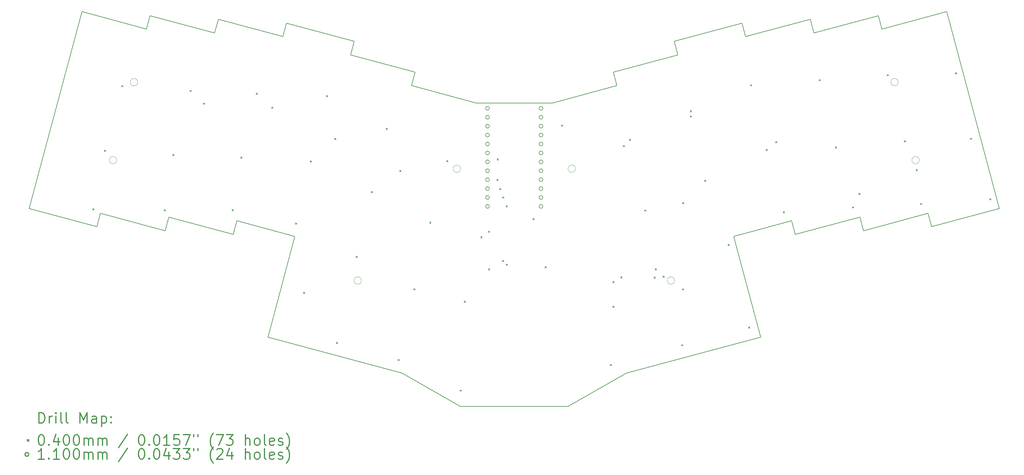
<source format=gbr>
%FSLAX45Y45*%
G04 Gerber Fmt 4.5, Leading zero omitted, Abs format (unit mm)*
G04 Created by KiCad (PCBNEW (5.1.12-1-10_14)) date 2022-10-16 17:34:38*
%MOMM*%
%LPD*%
G01*
G04 APERTURE LIST*
%TA.AperFunction,Profile*%
%ADD10C,0.050000*%
%TD*%
%TA.AperFunction,Profile*%
%ADD11C,0.200000*%
%TD*%
%ADD12C,0.200000*%
%ADD13C,0.300000*%
G04 APERTURE END LIST*
D10*
X16522000Y-9815000D02*
G75*
G03*
X16522000Y-9815000I-105000J0D01*
G01*
X13249000Y-9816000D02*
G75*
G03*
X13249000Y-9816000I-105000J0D01*
G01*
X25721000Y-7347000D02*
G75*
G03*
X25721000Y-7347000I-105000J0D01*
G01*
X26320000Y-9572000D02*
G75*
G03*
X26320000Y-9572000I-105000J0D01*
G01*
X19348000Y-13002000D02*
G75*
G03*
X19348000Y-13002000I-105000J0D01*
G01*
X10424000Y-13002000D02*
G75*
G03*
X10424000Y-13002000I-105000J0D01*
G01*
X4049000Y-7350000D02*
G75*
G03*
X4049000Y-7350000I-105000J0D01*
G01*
X3454000Y-9570000D02*
G75*
G03*
X3454000Y-9570000I-105000J0D01*
G01*
D11*
X21799552Y-14615958D02*
X21030093Y-11744300D01*
X4404083Y-5451743D02*
X4301784Y-5833525D01*
X7761614Y-14615958D02*
X8531073Y-11744300D01*
X8531073Y-11744300D02*
X6879339Y-11301720D01*
X17704966Y-7448532D02*
X15864877Y-7941582D01*
X21269851Y-5665103D02*
X21373378Y-6051473D01*
X4404083Y-5451743D02*
X6244171Y-5944793D01*
X11959728Y-7062162D02*
X11856200Y-7448532D01*
X6347699Y-5558423D02*
X8187788Y-6051473D01*
X4934494Y-11199628D02*
X6775812Y-11688090D01*
X8291315Y-5665103D02*
X8187788Y-6051473D01*
X957957Y-10952504D02*
X2461696Y-5340475D01*
X19337999Y-6182741D02*
X19441527Y-6569111D01*
X22785354Y-11688090D02*
X22681826Y-11301720D01*
X11856200Y-7448532D02*
X13696289Y-7941582D01*
X24626672Y-11199628D02*
X22785354Y-11688090D01*
X4832196Y-11581410D02*
X4934494Y-11199628D01*
X21269851Y-5665103D02*
X19337999Y-6182741D01*
X24728970Y-11581410D02*
X24626672Y-11199628D01*
X21799552Y-14615958D02*
X17975069Y-15640725D01*
X25157083Y-5451743D02*
X25259382Y-5833525D01*
X23213467Y-5558423D02*
X21373378Y-6051473D01*
X7761614Y-14615958D02*
X11586097Y-15640725D01*
X28603209Y-10952504D02*
X27099470Y-5340475D01*
X4832196Y-11581410D02*
X2992107Y-11088360D01*
X6775812Y-11688090D02*
X6879339Y-11301720D01*
X25157083Y-5451743D02*
X23316995Y-5944793D01*
X17601438Y-7062162D02*
X17704966Y-7448532D01*
X26671357Y-11470142D02*
X26569059Y-11088360D01*
X11959728Y-7062162D02*
X10119639Y-6569111D01*
X21030093Y-11744300D02*
X22681826Y-11301720D01*
X10223167Y-6182741D02*
X10119639Y-6569111D01*
X6347699Y-5558423D02*
X6244171Y-5944793D01*
X15864877Y-7941582D02*
X13696289Y-7941582D01*
X24728970Y-11581410D02*
X26569059Y-11088360D01*
X8291315Y-5665103D02*
X10223167Y-6182741D01*
X2461696Y-5340475D02*
X4301784Y-5833525D01*
X23213467Y-5558423D02*
X23316995Y-5944793D01*
X2889809Y-11470142D02*
X957957Y-10952504D01*
X2889809Y-11470142D02*
X2992107Y-11088360D01*
X11586097Y-15640725D02*
X13247138Y-16591817D01*
X27099470Y-5340475D02*
X25259382Y-5833525D01*
X16314028Y-16591817D02*
X17975069Y-15640725D01*
X26671357Y-11470142D02*
X28603209Y-10952504D01*
X17601438Y-7062162D02*
X19441527Y-6569111D01*
X13247138Y-16591817D02*
X16314028Y-16591817D01*
D12*
X2770000Y-10950501D02*
X2810000Y-10990501D01*
X2810000Y-10950501D02*
X2770000Y-10990501D01*
X3101000Y-9286000D02*
X3141000Y-9326000D01*
X3141000Y-9286000D02*
X3101000Y-9326000D01*
X3592000Y-7443000D02*
X3632000Y-7483000D01*
X3632000Y-7443000D02*
X3592000Y-7483000D01*
X4802000Y-10981000D02*
X4842000Y-11021000D01*
X4842000Y-10981000D02*
X4802000Y-11021000D01*
X5050000Y-9400000D02*
X5090000Y-9440000D01*
X5090000Y-9400000D02*
X5050000Y-9440000D01*
X5540557Y-7578557D02*
X5580557Y-7618557D01*
X5580557Y-7578557D02*
X5540557Y-7618557D01*
X5921000Y-7941000D02*
X5961000Y-7981000D01*
X5961000Y-7941000D02*
X5921000Y-7981000D01*
X6740000Y-10978000D02*
X6780000Y-11018000D01*
X6780000Y-10978000D02*
X6740000Y-11018000D01*
X6987000Y-9478000D02*
X7027000Y-9518000D01*
X7027000Y-9478000D02*
X6987000Y-9518000D01*
X7425000Y-7661000D02*
X7465000Y-7701000D01*
X7465000Y-7661000D02*
X7425000Y-7701000D01*
X7867000Y-8058502D02*
X7907000Y-8098502D01*
X7907000Y-8058502D02*
X7867000Y-8098502D01*
X8545000Y-11360000D02*
X8585000Y-11400000D01*
X8585000Y-11360000D02*
X8545000Y-11400000D01*
X8773000Y-13333000D02*
X8813000Y-13373000D01*
X8813000Y-13333000D02*
X8773000Y-13373000D01*
X8966000Y-9587000D02*
X9006000Y-9627000D01*
X9006000Y-9587000D02*
X8966000Y-9627000D01*
X9423000Y-7726000D02*
X9463000Y-7766000D01*
X9463000Y-7726000D02*
X9423000Y-7766000D01*
X9663000Y-8943000D02*
X9703000Y-8983000D01*
X9703000Y-8943000D02*
X9663000Y-8983000D01*
X9709000Y-14762000D02*
X9749000Y-14802000D01*
X9749000Y-14762000D02*
X9709000Y-14802000D01*
X10272000Y-12306000D02*
X10312000Y-12346000D01*
X10312000Y-12306000D02*
X10272000Y-12346000D01*
X10703000Y-10459000D02*
X10743000Y-10499000D01*
X10743000Y-10459000D02*
X10703000Y-10499000D01*
X11130000Y-8656000D02*
X11170000Y-8696000D01*
X11170000Y-8656000D02*
X11130000Y-8696000D01*
X11466000Y-15249000D02*
X11506000Y-15289000D01*
X11506000Y-15249000D02*
X11466000Y-15289000D01*
X11519000Y-9860000D02*
X11559000Y-9900000D01*
X11559000Y-9860000D02*
X11519000Y-9900000D01*
X11916000Y-13234000D02*
X11956000Y-13274000D01*
X11956000Y-13234000D02*
X11916000Y-13274000D01*
X12367000Y-11330000D02*
X12407000Y-11370000D01*
X12407000Y-11330000D02*
X12367000Y-11370000D01*
X12855954Y-9578046D02*
X12895954Y-9618046D01*
X12895954Y-9578046D02*
X12855954Y-9618046D01*
X13233000Y-16121000D02*
X13273000Y-16161000D01*
X13273000Y-16121000D02*
X13233000Y-16161000D01*
X13357000Y-13583000D02*
X13397000Y-13623000D01*
X13397000Y-13583000D02*
X13357000Y-13623000D01*
X13823000Y-11746501D02*
X13863000Y-11786501D01*
X13863000Y-11746501D02*
X13823000Y-11786501D01*
X14044000Y-11590000D02*
X14084000Y-11630000D01*
X14084000Y-11590000D02*
X14044000Y-11630000D01*
X14044000Y-12660000D02*
X14084000Y-12700000D01*
X14084000Y-12660000D02*
X14044000Y-12700000D01*
X14285000Y-10116000D02*
X14325000Y-10156000D01*
X14325000Y-10116000D02*
X14285000Y-10156000D01*
X14289000Y-9526499D02*
X14329000Y-9566499D01*
X14329000Y-9526499D02*
X14289000Y-9566499D01*
X14361000Y-10373000D02*
X14401000Y-10413000D01*
X14401000Y-10373000D02*
X14361000Y-10413000D01*
X14446488Y-12423060D02*
X14486488Y-12463060D01*
X14486488Y-12423060D02*
X14446488Y-12463060D01*
X14447000Y-10617000D02*
X14487000Y-10657000D01*
X14487000Y-10617000D02*
X14447000Y-10657000D01*
X14543000Y-10869000D02*
X14583000Y-10909000D01*
X14583000Y-10869000D02*
X14543000Y-10909000D01*
X14545000Y-12530000D02*
X14585000Y-12570000D01*
X14585000Y-12530000D02*
X14545000Y-12570000D01*
X15313000Y-11230000D02*
X15353000Y-11270000D01*
X15353000Y-11230000D02*
X15313000Y-11270000D01*
X15660000Y-12603000D02*
X15700000Y-12643000D01*
X15700000Y-12603000D02*
X15660000Y-12643000D01*
X16125000Y-8568000D02*
X16165000Y-8608000D01*
X16165000Y-8568000D02*
X16125000Y-8608000D01*
X17513000Y-15393000D02*
X17553000Y-15433000D01*
X17553000Y-15393000D02*
X17513000Y-15433000D01*
X17587000Y-13028000D02*
X17627000Y-13068000D01*
X17627000Y-13028000D02*
X17587000Y-13068000D01*
X17589000Y-13728000D02*
X17629000Y-13768000D01*
X17629000Y-13728000D02*
X17589000Y-13768000D01*
X17812000Y-12890000D02*
X17852000Y-12930000D01*
X17852000Y-12890000D02*
X17812000Y-12930000D01*
X17886000Y-9152000D02*
X17926000Y-9192000D01*
X17926000Y-9152000D02*
X17886000Y-9192000D01*
X18056902Y-8967999D02*
X18096902Y-9007999D01*
X18096902Y-8967999D02*
X18056902Y-9007999D01*
X18494000Y-10991000D02*
X18534000Y-11031000D01*
X18534000Y-10991000D02*
X18494000Y-11031000D01*
X18765000Y-12898000D02*
X18805000Y-12938000D01*
X18805000Y-12898000D02*
X18765000Y-12938000D01*
X18794000Y-12664000D02*
X18834000Y-12704000D01*
X18834000Y-12664000D02*
X18794000Y-12704000D01*
X19020000Y-12874000D02*
X19060000Y-12914000D01*
X19060000Y-12874000D02*
X19020000Y-12914000D01*
X19547000Y-14825000D02*
X19587000Y-14865000D01*
X19587000Y-14825000D02*
X19547000Y-14865000D01*
X19566775Y-13233652D02*
X19606775Y-13273652D01*
X19606775Y-13233652D02*
X19566775Y-13273652D01*
X19574000Y-10773000D02*
X19614000Y-10813000D01*
X19614000Y-10773000D02*
X19574000Y-10813000D01*
X19792402Y-8158028D02*
X19832402Y-8198028D01*
X19832402Y-8158028D02*
X19792402Y-8198028D01*
X19793000Y-8305000D02*
X19833000Y-8345000D01*
X19833000Y-8305000D02*
X19793000Y-8345000D01*
X20202000Y-10141000D02*
X20242000Y-10181000D01*
X20242000Y-10141000D02*
X20202000Y-10181000D01*
X20870000Y-11969000D02*
X20910000Y-12009000D01*
X20910000Y-11969000D02*
X20870000Y-12009000D01*
X21458000Y-14322000D02*
X21498000Y-14362000D01*
X21498000Y-14322000D02*
X21458000Y-14362000D01*
X21511000Y-7417000D02*
X21551000Y-7457000D01*
X21551000Y-7417000D02*
X21511000Y-7457000D01*
X21956000Y-9257000D02*
X21996000Y-9297000D01*
X21996000Y-9257000D02*
X21956000Y-9297000D01*
X22226000Y-9039000D02*
X22266000Y-9079000D01*
X22266000Y-9039000D02*
X22226000Y-9079000D01*
X22443000Y-11039000D02*
X22483000Y-11079000D01*
X22483000Y-11039000D02*
X22443000Y-11079000D01*
X23465000Y-7272000D02*
X23505000Y-7312000D01*
X23505000Y-7272000D02*
X23465000Y-7312000D01*
X23926000Y-9188000D02*
X23966000Y-9228000D01*
X23966000Y-9188000D02*
X23926000Y-9228000D01*
X24417000Y-10896000D02*
X24457000Y-10936000D01*
X24457000Y-10896000D02*
X24417000Y-10936000D01*
X24600000Y-10512000D02*
X24640000Y-10552000D01*
X24640000Y-10512000D02*
X24600000Y-10552000D01*
X25401000Y-7130000D02*
X25441000Y-7170000D01*
X25441000Y-7130000D02*
X25401000Y-7170000D01*
X25891000Y-9012000D02*
X25931000Y-9052000D01*
X25931000Y-9012000D02*
X25891000Y-9052000D01*
X26227000Y-9836000D02*
X26267000Y-9876000D01*
X26267000Y-9836000D02*
X26227000Y-9876000D01*
X26352000Y-10804000D02*
X26392000Y-10844000D01*
X26392000Y-10804000D02*
X26352000Y-10844000D01*
X27350000Y-7077000D02*
X27390000Y-7117000D01*
X27390000Y-7077000D02*
X27350000Y-7117000D01*
X27773000Y-8941000D02*
X27813000Y-8981000D01*
X27813000Y-8941000D02*
X27773000Y-8981000D01*
X28323000Y-10667000D02*
X28363000Y-10707000D01*
X28363000Y-10667000D02*
X28323000Y-10707000D01*
X14073000Y-8095000D02*
G75*
G03*
X14073000Y-8095000I-55000J0D01*
G01*
X14073000Y-8349000D02*
G75*
G03*
X14073000Y-8349000I-55000J0D01*
G01*
X14073000Y-8603000D02*
G75*
G03*
X14073000Y-8603000I-55000J0D01*
G01*
X14073000Y-8857000D02*
G75*
G03*
X14073000Y-8857000I-55000J0D01*
G01*
X14073000Y-9111000D02*
G75*
G03*
X14073000Y-9111000I-55000J0D01*
G01*
X14073000Y-9365000D02*
G75*
G03*
X14073000Y-9365000I-55000J0D01*
G01*
X14073000Y-9619000D02*
G75*
G03*
X14073000Y-9619000I-55000J0D01*
G01*
X14073000Y-9873000D02*
G75*
G03*
X14073000Y-9873000I-55000J0D01*
G01*
X14073000Y-10127000D02*
G75*
G03*
X14073000Y-10127000I-55000J0D01*
G01*
X14073000Y-10381000D02*
G75*
G03*
X14073000Y-10381000I-55000J0D01*
G01*
X14073000Y-10635000D02*
G75*
G03*
X14073000Y-10635000I-55000J0D01*
G01*
X14073000Y-10889000D02*
G75*
G03*
X14073000Y-10889000I-55000J0D01*
G01*
X15597000Y-8095000D02*
G75*
G03*
X15597000Y-8095000I-55000J0D01*
G01*
X15597000Y-8349000D02*
G75*
G03*
X15597000Y-8349000I-55000J0D01*
G01*
X15597000Y-8603000D02*
G75*
G03*
X15597000Y-8603000I-55000J0D01*
G01*
X15597000Y-8857000D02*
G75*
G03*
X15597000Y-8857000I-55000J0D01*
G01*
X15597000Y-9111000D02*
G75*
G03*
X15597000Y-9111000I-55000J0D01*
G01*
X15597000Y-9365000D02*
G75*
G03*
X15597000Y-9365000I-55000J0D01*
G01*
X15597000Y-9619000D02*
G75*
G03*
X15597000Y-9619000I-55000J0D01*
G01*
X15597000Y-9873000D02*
G75*
G03*
X15597000Y-9873000I-55000J0D01*
G01*
X15597000Y-10127000D02*
G75*
G03*
X15597000Y-10127000I-55000J0D01*
G01*
X15597000Y-10381000D02*
G75*
G03*
X15597000Y-10381000I-55000J0D01*
G01*
X15597000Y-10635000D02*
G75*
G03*
X15597000Y-10635000I-55000J0D01*
G01*
X15597000Y-10889000D02*
G75*
G03*
X15597000Y-10889000I-55000J0D01*
G01*
D13*
X1234385Y-17067531D02*
X1234385Y-16767531D01*
X1305814Y-16767531D01*
X1348671Y-16781817D01*
X1377243Y-16810389D01*
X1391528Y-16838960D01*
X1405814Y-16896103D01*
X1405814Y-16938960D01*
X1391528Y-16996103D01*
X1377243Y-17024674D01*
X1348671Y-17053246D01*
X1305814Y-17067531D01*
X1234385Y-17067531D01*
X1534385Y-17067531D02*
X1534385Y-16867531D01*
X1534385Y-16924674D02*
X1548671Y-16896103D01*
X1562957Y-16881817D01*
X1591528Y-16867531D01*
X1620100Y-16867531D01*
X1720100Y-17067531D02*
X1720100Y-16867531D01*
X1720100Y-16767531D02*
X1705814Y-16781817D01*
X1720100Y-16796103D01*
X1734385Y-16781817D01*
X1720100Y-16767531D01*
X1720100Y-16796103D01*
X1905814Y-17067531D02*
X1877243Y-17053246D01*
X1862957Y-17024674D01*
X1862957Y-16767531D01*
X2062957Y-17067531D02*
X2034385Y-17053246D01*
X2020100Y-17024674D01*
X2020100Y-16767531D01*
X2405814Y-17067531D02*
X2405814Y-16767531D01*
X2505814Y-16981817D01*
X2605814Y-16767531D01*
X2605814Y-17067531D01*
X2877243Y-17067531D02*
X2877243Y-16910389D01*
X2862957Y-16881817D01*
X2834385Y-16867531D01*
X2777243Y-16867531D01*
X2748671Y-16881817D01*
X2877243Y-17053246D02*
X2848671Y-17067531D01*
X2777243Y-17067531D01*
X2748671Y-17053246D01*
X2734385Y-17024674D01*
X2734385Y-16996103D01*
X2748671Y-16967531D01*
X2777243Y-16953246D01*
X2848671Y-16953246D01*
X2877243Y-16938960D01*
X3020100Y-16867531D02*
X3020100Y-17167531D01*
X3020100Y-16881817D02*
X3048671Y-16867531D01*
X3105814Y-16867531D01*
X3134385Y-16881817D01*
X3148671Y-16896103D01*
X3162957Y-16924674D01*
X3162957Y-17010389D01*
X3148671Y-17038960D01*
X3134385Y-17053246D01*
X3105814Y-17067531D01*
X3048671Y-17067531D01*
X3020100Y-17053246D01*
X3291528Y-17038960D02*
X3305814Y-17053246D01*
X3291528Y-17067531D01*
X3277243Y-17053246D01*
X3291528Y-17038960D01*
X3291528Y-17067531D01*
X3291528Y-16881817D02*
X3305814Y-16896103D01*
X3291528Y-16910389D01*
X3277243Y-16896103D01*
X3291528Y-16881817D01*
X3291528Y-16910389D01*
X907957Y-17541817D02*
X947957Y-17581817D01*
X947957Y-17541817D02*
X907957Y-17581817D01*
X1291528Y-17397531D02*
X1320100Y-17397531D01*
X1348671Y-17411817D01*
X1362957Y-17426103D01*
X1377243Y-17454674D01*
X1391528Y-17511817D01*
X1391528Y-17583246D01*
X1377243Y-17640389D01*
X1362957Y-17668960D01*
X1348671Y-17683246D01*
X1320100Y-17697531D01*
X1291528Y-17697531D01*
X1262957Y-17683246D01*
X1248671Y-17668960D01*
X1234385Y-17640389D01*
X1220100Y-17583246D01*
X1220100Y-17511817D01*
X1234385Y-17454674D01*
X1248671Y-17426103D01*
X1262957Y-17411817D01*
X1291528Y-17397531D01*
X1520100Y-17668960D02*
X1534385Y-17683246D01*
X1520100Y-17697531D01*
X1505814Y-17683246D01*
X1520100Y-17668960D01*
X1520100Y-17697531D01*
X1791528Y-17497531D02*
X1791528Y-17697531D01*
X1720100Y-17383246D02*
X1648671Y-17597531D01*
X1834385Y-17597531D01*
X2005814Y-17397531D02*
X2034385Y-17397531D01*
X2062957Y-17411817D01*
X2077243Y-17426103D01*
X2091528Y-17454674D01*
X2105814Y-17511817D01*
X2105814Y-17583246D01*
X2091528Y-17640389D01*
X2077243Y-17668960D01*
X2062957Y-17683246D01*
X2034385Y-17697531D01*
X2005814Y-17697531D01*
X1977243Y-17683246D01*
X1962957Y-17668960D01*
X1948671Y-17640389D01*
X1934385Y-17583246D01*
X1934385Y-17511817D01*
X1948671Y-17454674D01*
X1962957Y-17426103D01*
X1977243Y-17411817D01*
X2005814Y-17397531D01*
X2291528Y-17397531D02*
X2320100Y-17397531D01*
X2348671Y-17411817D01*
X2362957Y-17426103D01*
X2377243Y-17454674D01*
X2391528Y-17511817D01*
X2391528Y-17583246D01*
X2377243Y-17640389D01*
X2362957Y-17668960D01*
X2348671Y-17683246D01*
X2320100Y-17697531D01*
X2291528Y-17697531D01*
X2262957Y-17683246D01*
X2248671Y-17668960D01*
X2234385Y-17640389D01*
X2220100Y-17583246D01*
X2220100Y-17511817D01*
X2234385Y-17454674D01*
X2248671Y-17426103D01*
X2262957Y-17411817D01*
X2291528Y-17397531D01*
X2520100Y-17697531D02*
X2520100Y-17497531D01*
X2520100Y-17526103D02*
X2534385Y-17511817D01*
X2562957Y-17497531D01*
X2605814Y-17497531D01*
X2634385Y-17511817D01*
X2648671Y-17540389D01*
X2648671Y-17697531D01*
X2648671Y-17540389D02*
X2662957Y-17511817D01*
X2691528Y-17497531D01*
X2734385Y-17497531D01*
X2762957Y-17511817D01*
X2777243Y-17540389D01*
X2777243Y-17697531D01*
X2920100Y-17697531D02*
X2920100Y-17497531D01*
X2920100Y-17526103D02*
X2934385Y-17511817D01*
X2962957Y-17497531D01*
X3005814Y-17497531D01*
X3034385Y-17511817D01*
X3048671Y-17540389D01*
X3048671Y-17697531D01*
X3048671Y-17540389D02*
X3062957Y-17511817D01*
X3091528Y-17497531D01*
X3134385Y-17497531D01*
X3162957Y-17511817D01*
X3177243Y-17540389D01*
X3177243Y-17697531D01*
X3762957Y-17383246D02*
X3505814Y-17768960D01*
X4148671Y-17397531D02*
X4177243Y-17397531D01*
X4205814Y-17411817D01*
X4220100Y-17426103D01*
X4234385Y-17454674D01*
X4248671Y-17511817D01*
X4248671Y-17583246D01*
X4234385Y-17640389D01*
X4220100Y-17668960D01*
X4205814Y-17683246D01*
X4177243Y-17697531D01*
X4148671Y-17697531D01*
X4120100Y-17683246D01*
X4105814Y-17668960D01*
X4091528Y-17640389D01*
X4077243Y-17583246D01*
X4077243Y-17511817D01*
X4091528Y-17454674D01*
X4105814Y-17426103D01*
X4120100Y-17411817D01*
X4148671Y-17397531D01*
X4377243Y-17668960D02*
X4391528Y-17683246D01*
X4377243Y-17697531D01*
X4362957Y-17683246D01*
X4377243Y-17668960D01*
X4377243Y-17697531D01*
X4577243Y-17397531D02*
X4605814Y-17397531D01*
X4634385Y-17411817D01*
X4648671Y-17426103D01*
X4662957Y-17454674D01*
X4677243Y-17511817D01*
X4677243Y-17583246D01*
X4662957Y-17640389D01*
X4648671Y-17668960D01*
X4634385Y-17683246D01*
X4605814Y-17697531D01*
X4577243Y-17697531D01*
X4548671Y-17683246D01*
X4534385Y-17668960D01*
X4520100Y-17640389D01*
X4505814Y-17583246D01*
X4505814Y-17511817D01*
X4520100Y-17454674D01*
X4534385Y-17426103D01*
X4548671Y-17411817D01*
X4577243Y-17397531D01*
X4962957Y-17697531D02*
X4791528Y-17697531D01*
X4877243Y-17697531D02*
X4877243Y-17397531D01*
X4848671Y-17440389D01*
X4820100Y-17468960D01*
X4791528Y-17483246D01*
X5234385Y-17397531D02*
X5091528Y-17397531D01*
X5077243Y-17540389D01*
X5091528Y-17526103D01*
X5120100Y-17511817D01*
X5191528Y-17511817D01*
X5220100Y-17526103D01*
X5234385Y-17540389D01*
X5248671Y-17568960D01*
X5248671Y-17640389D01*
X5234385Y-17668960D01*
X5220100Y-17683246D01*
X5191528Y-17697531D01*
X5120100Y-17697531D01*
X5091528Y-17683246D01*
X5077243Y-17668960D01*
X5348671Y-17397531D02*
X5548671Y-17397531D01*
X5420100Y-17697531D01*
X5648671Y-17397531D02*
X5648671Y-17454674D01*
X5762957Y-17397531D02*
X5762957Y-17454674D01*
X6205814Y-17811817D02*
X6191528Y-17797531D01*
X6162957Y-17754674D01*
X6148671Y-17726103D01*
X6134385Y-17683246D01*
X6120100Y-17611817D01*
X6120100Y-17554674D01*
X6134385Y-17483246D01*
X6148671Y-17440389D01*
X6162957Y-17411817D01*
X6191528Y-17368960D01*
X6205814Y-17354674D01*
X6291528Y-17397531D02*
X6491528Y-17397531D01*
X6362957Y-17697531D01*
X6577243Y-17397531D02*
X6762957Y-17397531D01*
X6662957Y-17511817D01*
X6705814Y-17511817D01*
X6734385Y-17526103D01*
X6748671Y-17540389D01*
X6762957Y-17568960D01*
X6762957Y-17640389D01*
X6748671Y-17668960D01*
X6734385Y-17683246D01*
X6705814Y-17697531D01*
X6620100Y-17697531D01*
X6591528Y-17683246D01*
X6577243Y-17668960D01*
X7120100Y-17697531D02*
X7120100Y-17397531D01*
X7248671Y-17697531D02*
X7248671Y-17540389D01*
X7234385Y-17511817D01*
X7205814Y-17497531D01*
X7162957Y-17497531D01*
X7134385Y-17511817D01*
X7120100Y-17526103D01*
X7434385Y-17697531D02*
X7405814Y-17683246D01*
X7391528Y-17668960D01*
X7377243Y-17640389D01*
X7377243Y-17554674D01*
X7391528Y-17526103D01*
X7405814Y-17511817D01*
X7434385Y-17497531D01*
X7477243Y-17497531D01*
X7505814Y-17511817D01*
X7520100Y-17526103D01*
X7534385Y-17554674D01*
X7534385Y-17640389D01*
X7520100Y-17668960D01*
X7505814Y-17683246D01*
X7477243Y-17697531D01*
X7434385Y-17697531D01*
X7705814Y-17697531D02*
X7677243Y-17683246D01*
X7662957Y-17654674D01*
X7662957Y-17397531D01*
X7934385Y-17683246D02*
X7905814Y-17697531D01*
X7848671Y-17697531D01*
X7820100Y-17683246D01*
X7805814Y-17654674D01*
X7805814Y-17540389D01*
X7820100Y-17511817D01*
X7848671Y-17497531D01*
X7905814Y-17497531D01*
X7934385Y-17511817D01*
X7948671Y-17540389D01*
X7948671Y-17568960D01*
X7805814Y-17597531D01*
X8062957Y-17683246D02*
X8091528Y-17697531D01*
X8148671Y-17697531D01*
X8177243Y-17683246D01*
X8191528Y-17654674D01*
X8191528Y-17640389D01*
X8177243Y-17611817D01*
X8148671Y-17597531D01*
X8105814Y-17597531D01*
X8077243Y-17583246D01*
X8062957Y-17554674D01*
X8062957Y-17540389D01*
X8077243Y-17511817D01*
X8105814Y-17497531D01*
X8148671Y-17497531D01*
X8177243Y-17511817D01*
X8291528Y-17811817D02*
X8305814Y-17797531D01*
X8334385Y-17754674D01*
X8348671Y-17726103D01*
X8362957Y-17683246D01*
X8377243Y-17611817D01*
X8377243Y-17554674D01*
X8362957Y-17483246D01*
X8348671Y-17440389D01*
X8334385Y-17411817D01*
X8305814Y-17368960D01*
X8291528Y-17354674D01*
X947957Y-17957817D02*
G75*
G03*
X947957Y-17957817I-55000J0D01*
G01*
X1391528Y-18093531D02*
X1220100Y-18093531D01*
X1305814Y-18093531D02*
X1305814Y-17793531D01*
X1277243Y-17836389D01*
X1248671Y-17864960D01*
X1220100Y-17879246D01*
X1520100Y-18064960D02*
X1534385Y-18079246D01*
X1520100Y-18093531D01*
X1505814Y-18079246D01*
X1520100Y-18064960D01*
X1520100Y-18093531D01*
X1820100Y-18093531D02*
X1648671Y-18093531D01*
X1734385Y-18093531D02*
X1734385Y-17793531D01*
X1705814Y-17836389D01*
X1677243Y-17864960D01*
X1648671Y-17879246D01*
X2005814Y-17793531D02*
X2034385Y-17793531D01*
X2062957Y-17807817D01*
X2077243Y-17822103D01*
X2091528Y-17850674D01*
X2105814Y-17907817D01*
X2105814Y-17979246D01*
X2091528Y-18036389D01*
X2077243Y-18064960D01*
X2062957Y-18079246D01*
X2034385Y-18093531D01*
X2005814Y-18093531D01*
X1977243Y-18079246D01*
X1962957Y-18064960D01*
X1948671Y-18036389D01*
X1934385Y-17979246D01*
X1934385Y-17907817D01*
X1948671Y-17850674D01*
X1962957Y-17822103D01*
X1977243Y-17807817D01*
X2005814Y-17793531D01*
X2291528Y-17793531D02*
X2320100Y-17793531D01*
X2348671Y-17807817D01*
X2362957Y-17822103D01*
X2377243Y-17850674D01*
X2391528Y-17907817D01*
X2391528Y-17979246D01*
X2377243Y-18036389D01*
X2362957Y-18064960D01*
X2348671Y-18079246D01*
X2320100Y-18093531D01*
X2291528Y-18093531D01*
X2262957Y-18079246D01*
X2248671Y-18064960D01*
X2234385Y-18036389D01*
X2220100Y-17979246D01*
X2220100Y-17907817D01*
X2234385Y-17850674D01*
X2248671Y-17822103D01*
X2262957Y-17807817D01*
X2291528Y-17793531D01*
X2520100Y-18093531D02*
X2520100Y-17893531D01*
X2520100Y-17922103D02*
X2534385Y-17907817D01*
X2562957Y-17893531D01*
X2605814Y-17893531D01*
X2634385Y-17907817D01*
X2648671Y-17936389D01*
X2648671Y-18093531D01*
X2648671Y-17936389D02*
X2662957Y-17907817D01*
X2691528Y-17893531D01*
X2734385Y-17893531D01*
X2762957Y-17907817D01*
X2777243Y-17936389D01*
X2777243Y-18093531D01*
X2920100Y-18093531D02*
X2920100Y-17893531D01*
X2920100Y-17922103D02*
X2934385Y-17907817D01*
X2962957Y-17893531D01*
X3005814Y-17893531D01*
X3034385Y-17907817D01*
X3048671Y-17936389D01*
X3048671Y-18093531D01*
X3048671Y-17936389D02*
X3062957Y-17907817D01*
X3091528Y-17893531D01*
X3134385Y-17893531D01*
X3162957Y-17907817D01*
X3177243Y-17936389D01*
X3177243Y-18093531D01*
X3762957Y-17779246D02*
X3505814Y-18164960D01*
X4148671Y-17793531D02*
X4177243Y-17793531D01*
X4205814Y-17807817D01*
X4220100Y-17822103D01*
X4234385Y-17850674D01*
X4248671Y-17907817D01*
X4248671Y-17979246D01*
X4234385Y-18036389D01*
X4220100Y-18064960D01*
X4205814Y-18079246D01*
X4177243Y-18093531D01*
X4148671Y-18093531D01*
X4120100Y-18079246D01*
X4105814Y-18064960D01*
X4091528Y-18036389D01*
X4077243Y-17979246D01*
X4077243Y-17907817D01*
X4091528Y-17850674D01*
X4105814Y-17822103D01*
X4120100Y-17807817D01*
X4148671Y-17793531D01*
X4377243Y-18064960D02*
X4391528Y-18079246D01*
X4377243Y-18093531D01*
X4362957Y-18079246D01*
X4377243Y-18064960D01*
X4377243Y-18093531D01*
X4577243Y-17793531D02*
X4605814Y-17793531D01*
X4634385Y-17807817D01*
X4648671Y-17822103D01*
X4662957Y-17850674D01*
X4677243Y-17907817D01*
X4677243Y-17979246D01*
X4662957Y-18036389D01*
X4648671Y-18064960D01*
X4634385Y-18079246D01*
X4605814Y-18093531D01*
X4577243Y-18093531D01*
X4548671Y-18079246D01*
X4534385Y-18064960D01*
X4520100Y-18036389D01*
X4505814Y-17979246D01*
X4505814Y-17907817D01*
X4520100Y-17850674D01*
X4534385Y-17822103D01*
X4548671Y-17807817D01*
X4577243Y-17793531D01*
X4934385Y-17893531D02*
X4934385Y-18093531D01*
X4862957Y-17779246D02*
X4791528Y-17993531D01*
X4977243Y-17993531D01*
X5062957Y-17793531D02*
X5248671Y-17793531D01*
X5148671Y-17907817D01*
X5191528Y-17907817D01*
X5220100Y-17922103D01*
X5234385Y-17936389D01*
X5248671Y-17964960D01*
X5248671Y-18036389D01*
X5234385Y-18064960D01*
X5220100Y-18079246D01*
X5191528Y-18093531D01*
X5105814Y-18093531D01*
X5077243Y-18079246D01*
X5062957Y-18064960D01*
X5348671Y-17793531D02*
X5534385Y-17793531D01*
X5434385Y-17907817D01*
X5477243Y-17907817D01*
X5505814Y-17922103D01*
X5520100Y-17936389D01*
X5534385Y-17964960D01*
X5534385Y-18036389D01*
X5520100Y-18064960D01*
X5505814Y-18079246D01*
X5477243Y-18093531D01*
X5391528Y-18093531D01*
X5362957Y-18079246D01*
X5348671Y-18064960D01*
X5648671Y-17793531D02*
X5648671Y-17850674D01*
X5762957Y-17793531D02*
X5762957Y-17850674D01*
X6205814Y-18207817D02*
X6191528Y-18193531D01*
X6162957Y-18150674D01*
X6148671Y-18122103D01*
X6134385Y-18079246D01*
X6120100Y-18007817D01*
X6120100Y-17950674D01*
X6134385Y-17879246D01*
X6148671Y-17836389D01*
X6162957Y-17807817D01*
X6191528Y-17764960D01*
X6205814Y-17750674D01*
X6305814Y-17822103D02*
X6320100Y-17807817D01*
X6348671Y-17793531D01*
X6420100Y-17793531D01*
X6448671Y-17807817D01*
X6462957Y-17822103D01*
X6477243Y-17850674D01*
X6477243Y-17879246D01*
X6462957Y-17922103D01*
X6291528Y-18093531D01*
X6477243Y-18093531D01*
X6734385Y-17893531D02*
X6734385Y-18093531D01*
X6662957Y-17779246D02*
X6591528Y-17993531D01*
X6777243Y-17993531D01*
X7120100Y-18093531D02*
X7120100Y-17793531D01*
X7248671Y-18093531D02*
X7248671Y-17936389D01*
X7234385Y-17907817D01*
X7205814Y-17893531D01*
X7162957Y-17893531D01*
X7134385Y-17907817D01*
X7120100Y-17922103D01*
X7434385Y-18093531D02*
X7405814Y-18079246D01*
X7391528Y-18064960D01*
X7377243Y-18036389D01*
X7377243Y-17950674D01*
X7391528Y-17922103D01*
X7405814Y-17907817D01*
X7434385Y-17893531D01*
X7477243Y-17893531D01*
X7505814Y-17907817D01*
X7520100Y-17922103D01*
X7534385Y-17950674D01*
X7534385Y-18036389D01*
X7520100Y-18064960D01*
X7505814Y-18079246D01*
X7477243Y-18093531D01*
X7434385Y-18093531D01*
X7705814Y-18093531D02*
X7677243Y-18079246D01*
X7662957Y-18050674D01*
X7662957Y-17793531D01*
X7934385Y-18079246D02*
X7905814Y-18093531D01*
X7848671Y-18093531D01*
X7820100Y-18079246D01*
X7805814Y-18050674D01*
X7805814Y-17936389D01*
X7820100Y-17907817D01*
X7848671Y-17893531D01*
X7905814Y-17893531D01*
X7934385Y-17907817D01*
X7948671Y-17936389D01*
X7948671Y-17964960D01*
X7805814Y-17993531D01*
X8062957Y-18079246D02*
X8091528Y-18093531D01*
X8148671Y-18093531D01*
X8177243Y-18079246D01*
X8191528Y-18050674D01*
X8191528Y-18036389D01*
X8177243Y-18007817D01*
X8148671Y-17993531D01*
X8105814Y-17993531D01*
X8077243Y-17979246D01*
X8062957Y-17950674D01*
X8062957Y-17936389D01*
X8077243Y-17907817D01*
X8105814Y-17893531D01*
X8148671Y-17893531D01*
X8177243Y-17907817D01*
X8291528Y-18207817D02*
X8305814Y-18193531D01*
X8334385Y-18150674D01*
X8348671Y-18122103D01*
X8362957Y-18079246D01*
X8377243Y-18007817D01*
X8377243Y-17950674D01*
X8362957Y-17879246D01*
X8348671Y-17836389D01*
X8334385Y-17807817D01*
X8305814Y-17764960D01*
X8291528Y-17750674D01*
M02*

</source>
